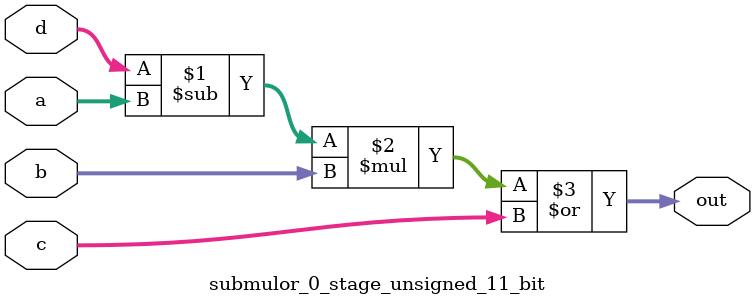
<source format=sv>
(* use_dsp = "yes" *) module submulor_0_stage_unsigned_11_bit(
	input  [10:0] a,
	input  [10:0] b,
	input  [10:0] c,
	input  [10:0] d,
	output [10:0] out
	);

	assign out = ((d - a) * b) | c;
endmodule

</source>
